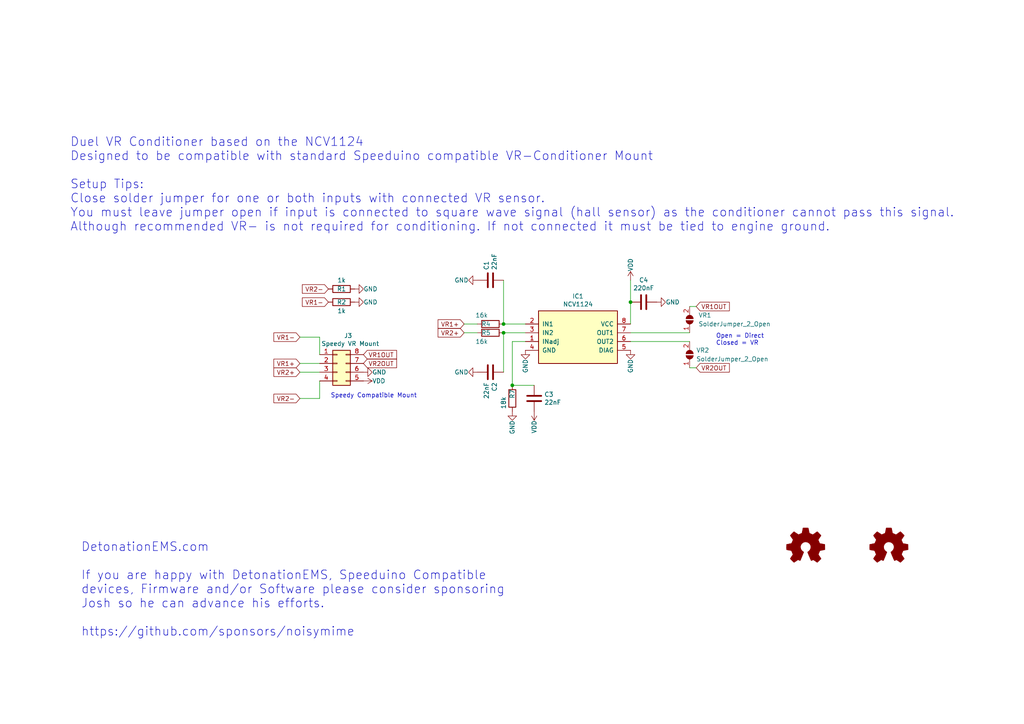
<source format=kicad_sch>
(kicad_sch (version 20211123) (generator eeschema)
  (paper "A4")
  (title_block (title "Duel VRConditioner ") (date "2022-11-17") (rev "B") (company "DetonationEMS") (comment 1 "detonationems.com") (comment 2 "github.com/DetonationEMS"))
  (lib_symbols
    (symbol "Connector_Generic:Conn_02x04_Counter_Clockwise" (pin_names (offset 1.016) hide)
      (property "Reference" "J" (at 1.27 5.08 0))
      (property "Value" "Conn_02x04_Counter_Clockwise" (at 1.27 -7.62 0))
      (symbol "Conn_02x04_Counter_Clockwise_1_1"
        (rectangle (start -1.27 -4.953) (end 0 -5.207) (stroke (width 0.1524)))
        (rectangle (start -1.27 -2.413) (end 0 -2.667) (stroke (width 0.1524)))
        (rectangle (start -1.27 0.127) (end 0 -0.127) (stroke (width 0.1524)))
        (rectangle (start -1.27 2.667) (end 0 2.413) (stroke (width 0.1524)))
        (rectangle (start -1.27 3.81) (end 3.81 -6.35) (stroke (width 0.254)) (fill (type background)))
        (rectangle (start 3.81 -4.953) (end 2.54 -5.207) (stroke (width 0.1524)))
        (rectangle (start 3.81 -2.413) (end 2.54 -2.667) (stroke (width 0.1524)))
        (rectangle (start 3.81 0.127) (end 2.54 -0.127) (stroke (width 0.1524)))
        (rectangle (start 3.81 2.667) (end 2.54 2.413) (stroke (width 0.1524)))
        (pin passive line (at -5.08 2.54 0) (length 3.81) (name "Pin_1") (number "1"))
        (pin passive line (at -5.08 0 0) (length 3.81) (name "Pin_2") (number "2"))
        (pin passive line (at -5.08 -2.54 0) (length 3.81) (name "Pin_3") (number "3"))
        (pin passive line (at -5.08 -5.08 0) (length 3.81) (name "Pin_4") (number "4"))
        (pin passive line (at 7.62 -5.08 180) (length 3.81) (name "Pin_5") (number "5"))
        (pin passive line (at 7.62 -2.54 180) (length 3.81) (name "Pin_6") (number "6"))
        (pin passive line (at 7.62 0 180) (length 3.81) (name "Pin_7") (number "7"))
        (pin passive line (at 7.62 2.54 180) (length 3.81) (name "Pin_8") (number "8"))
      )
    )
    (symbol "Device:C" (pin_numbers hide) (pin_names (offset 0.254))
      (property "Reference" "C" (at 0.635 2.54 0))
      (property "Value" "C" (at 0.635 -2.54 0))
      (symbol "C_0_1"
        (polyline (pts (xy -2.032 -0.762) (xy 2.032 -0.762)) (stroke (width 0.508)))
        (polyline (pts (xy -2.032 0.762) (xy 2.032 0.762)) (stroke (width 0.508)))
      )
      (symbol "C_1_1"
        (pin passive line (at 0 3.81 270) (length 2.794) (name "~") (number "1"))
        (pin passive line (at 0 -3.81 90) (length 2.794) (name "~") (number "2"))
      )
    )
    (symbol "Device:R" (pin_numbers hide) (pin_names (offset 0))
      (property "Reference" "R" (at 2.032 0 90))
      (property "Value" "R" (at 0 0 90))
      (symbol "R_0_1"
        (rectangle (start -1.016 -2.54) (end 1.016 2.54) (stroke (width 0.254)))
      )
      (symbol "R_1_1"
        (pin passive line (at 0 3.81 270) (length 1.27) (name "~") (number "1"))
        (pin passive line (at 0 -3.81 90) (length 1.27) (name "~") (number "2"))
      )
    )
    (symbol "Graphic:Logo_Open_Hardware_Small" (pin_names (offset 1.016))
      (symbol "Logo_Open_Hardware_Small_0_1"
        (polyline (pts (xy 3.3528 -4.3434) (xy 3.302 -4.318) (xy 3.175 -4.2418) (xy 2.9972 -4.1148) (xy 2.7686 -3.9624) (xy 2.54 -3.81) (xy 2.3622 -3.7084) (xy 2.2352 -3.6068) (xy 2.1844 -3.5814) (xy 2.159 -3.6068) (xy 2.0574 -3.6576) (xy 1.905 -3.7338) (xy 1.8034 -3.7846) (xy 1.6764 -3.8354) (xy 1.6002 -3.8354) (xy 1.6002 -3.8354) (xy 1.5494 -3.7338) (xy 1.4732 -3.5306) (xy 1.3462 -3.302) (xy 1.2446 -3.0226) (xy 1.1176 -2.7178) (xy 0.9652 -2.413) (xy 0.8636 -2.1082) (xy 0.7366 -1.8288) (xy 0.6604 -1.6256) (xy 0.6096 -1.4732) (xy 0.5842 -1.397) (xy 0.5842 -1.397) (xy 0.6604 -1.3208) (xy 0.7874 -1.2446) (xy 1.0414 -1.016) (xy 1.2954 -0.6858) (xy 1.4478 -0.3302) (xy 1.524 0.0762) (xy 1.4732 0.4572) (xy 1.3208 0.8128) (xy 1.0668 1.143) (xy 0.762 1.3716) (xy 0.4064 1.524) (xy 0 1.5748) (xy -0.381 1.5494) (xy -0.7366 1.397) (xy -1.0668 1.143) (xy -1.2192 0.9906) (xy -1.397 0.6604) (xy -1.524 0.3048) (xy -1.524 0.2286) (xy -1.4986 -0.1778) (xy -1.397 -0.5334) (xy -1.1938 -0.8636) (xy -0.9144 -1.143) (xy -0.8636 -1.1684) (xy -0.7366 -1.27) (xy -0.635 -1.3462) (xy -0.5842 -1.397) (xy -1.0668 -2.5908) (xy -1.143 -2.794) (xy -1.2954 -3.1242) (xy -1.397 -3.4036) (xy -1.4986 -3.6322) (xy -1.5748 -3.7846) (xy -1.6002 -3.8354) (xy -1.6002 -3.8354) (xy -1.651 -3.8354) (xy -1.7272 -3.81) (xy -1.905 -3.7338) (xy -2.0066 -3.683) (xy -2.1336 -3.6068) (xy -2.2098 -3.5814) (xy -2.2606 -3.6068) (xy -2.3622 -3.683) (xy -2.54 -3.81) (xy -2.7686 -3.9624) (xy -2.9718 -4.0894) (xy -3.1496 -4.2164) (xy -3.302 -4.318) (xy -3.3528 -4.3434) (xy -3.3782 -4.3434) (xy -3.429 -4.318) (xy -3.5306 -4.2164) (xy -3.7084 -4.064) (xy -3.937 -3.8354) (xy -3.9624 -3.81) (xy -4.1656 -3.6068) (xy -4.318 -3.4544) (xy -4.4196 -3.3274) (xy -4.445 -3.2766) (xy -4.445 -3.2766) (xy -4.4196 -3.2258) (xy -4.318 -3.0734) (xy -4.2164 -2.8956) (xy -4.064 -2.667) (xy -3.6576 -2.0828) (xy -3.8862 -1.5494) (xy -3.937 -1.3716) (xy -4.0386 -1.1684) (xy -4.0894 -1.0414) (xy -4.1148 -0.9652) (xy -4.191 -0.9398) (xy -4.318 -0.9144) (xy -4.5466 -0.8636) (xy -4.8006 -0.8128) (xy -5.0546 -0.7874) (xy -5.2578 -0.7366) (xy -5.4356 -0.7112) (xy -5.5118 -0.6858) (xy -5.5118 -0.6858) (xy -5.5372 -0.635) (xy -5.5372 -0.5588) (xy -5.5372 -0.4318) (xy -5.5626 -0.2286) (xy -5.5626 0.0762) (xy -5.5626 0.127) (xy -5.5372 0.4064) (xy -5.5372 0.635) (xy -5.5372 0.762) (xy -5.5372 0.8382) (xy -5.5372 0.8382) (xy -5.461 0.8382) (xy -5.3086 0.889) (xy -5.08 0.9144) (xy -4.826 0.9652) (xy -4.8006 0.9906) (xy -4.5466 1.0414) (xy -4.318 1.0668) (xy -4.1656 1.1176) (xy -4.0894 1.143) (xy -4.0894 1.143) (xy -4.0386 1.2446) (xy -3.9624 1.4224) (xy -3.8608 1.6256) (xy -3.7846 1.8288) (xy -3.7084 2.0066) (xy -3.6576 2.159) (xy -3.6322 2.2098) (xy -3.6322 2.2098) (xy -3.683 2.286) (xy -3.7592 2.413) (xy -3.8862 2.5908) (xy -4.064 2.8194) (xy -4.064 2.8448) (xy -4.2164 3.0734) (xy -4.3434 3.2512) (xy -4.4196 3.3782) (xy -4.445 3.4544) (xy -4.445 3.4544) (xy -4.3942 3.5052) (xy -4.2926 3.6322) (xy -4.1148 3.81) (xy -3.937 4.0132) (xy -3.8608 4.064) (xy -3.6576 4.2926) (xy -3.5052 4.4196) (xy -3.4036 4.4958) (xy -3.3528 4.5212) (xy -3.3528 4.5212) (xy -3.302 4.4704) (xy -3.1496 4.3688) (xy -2.9718 4.2418) (xy -2.7432 4.0894) (xy -2.7178 4.0894) (xy -2.4892 3.937) (xy -2.3114 3.81) (xy -2.1844 3.7084) (xy -2.1336 3.683) (xy -2.1082 3.683) (xy -2.032 3.7084) (xy -1.8542 3.7592) (xy -1.6764 3.8354) (xy -1.4732 3.937) (xy -1.27 4.0132) (xy -1.143 4.064) (xy -1.0668 4.1148) (xy -1.0668 4.1148) (xy -1.0414 4.191) (xy -1.016 4.3434) (xy -0.9652 4.572) (xy -0.9144 4.8514) (xy -0.889 4.9022) (xy -0.8382 5.1562) (xy -0.8128 5.3848) (xy -0.7874 5.5372) (xy -0.762 5.588) (xy -0.7112 5.6134) (xy -0.5842 5.6134) (xy -0.4064 5.6134) (xy -0.1524 5.6134) (xy 0.0762 5.6134) (xy 0.3302 5.6134) (xy 0.5334 5.6134) (xy 0.6858 5.588) (xy 0.7366 5.588) (xy 0.7366 5.588) (xy 0.762 5.5118) (xy 0.8128 5.334) (xy 0.8382 5.1054) (xy 0.9144 4.826) (xy 0.9144 4.7752) (xy 0.9652 4.5212) (xy 1.016 4.2926) (xy 1.0414 4.1402) (xy 1.0668 4.0894) (xy 1.0668 4.0894) (xy 1.1938 4.0386) (xy 1.3716 3.9624) (xy 1.5748 3.8608) (xy 2.0828 3.6576) (xy 2.7178 4.0894) (xy 2.7686 4.1402) (xy 2.9972 4.2926) (xy 3.175 4.4196) (xy 3.302 4.4958) (xy 3.3782 4.5212) (xy 3.3782 4.5212) (xy 3.429 4.4704) (xy 3.556 4.3434) (xy 3.7338 4.191) (xy 3.9116 3.9878) (xy 4.064 3.8354) (xy 4.2418 3.6576) (xy 4.3434 3.556) (xy 4.4196 3.4798) (xy 4.4196 3.429) (xy 4.4196 3.4036) (xy 4.3942 3.3274) (xy 4.2926 3.2004) (xy 4.1656 2.9972) (xy 4.0132 2.794) (xy 3.8862 2.5908) (xy 3.7592 2.3876) (xy 3.6576 2.2352) (xy 3.6322 2.159) (xy 3.6322 2.1336) (xy 3.683 2.0066) (xy 3.7592 1.8288) (xy 3.8608 1.6002) (xy 4.064 1.1176) (xy 4.3942 1.0414) (xy 4.5974 1.016) (xy 4.8768 0.9652) (xy 5.1308 0.9144) (xy 5.5372 0.8382) (xy 5.5626 -0.6604) (xy 5.4864 -0.6858) (xy 5.4356 -0.6858) (xy 5.2832 -0.7366) (xy 5.0546 -0.762) (xy 4.8006 -0.8128) (xy 4.5974 -0.8636) (xy 4.3688 -0.9144) (xy 4.2164 -0.9398) (xy 4.1402 -0.9398) (xy 4.1148 -0.9652) (xy 4.064 -1.0668) (xy 3.9878 -1.2446) (xy 3.9116 -1.4478) (xy 3.81 -1.651) (xy 3.7338 -1.8542) (xy 3.683 -2.0066) (xy 3.6576 -2.0828) (xy 3.683 -2.1336) (xy 3.7846 -2.2606) (xy 3.8862 -2.4638) (xy 4.0386 -2.667) (xy 4.191 -2.8956) (xy 4.318 -3.0734) (xy 4.3942 -3.2004) (xy 4.445 -3.2766) (xy 4.4196 -3.3274) (xy 4.3434 -3.429) (xy 4.1656 -3.5814) (xy 3.937 -3.8354) (xy 3.8862 -3.8608) (xy 3.683 -4.064) (xy 3.5306 -4.2164) (xy 3.4036 -4.318) (xy 3.3528 -4.3434)) (fill (type outline)))
      )
    )
    (symbol "Jumper:SolderJumper_2_Open" (pin_names (offset 0) hide)
      (property "Reference" "JP" (at 0 2.032 0))
      (property "Value" "SolderJumper_2_Open" (at 0 -2.54 0))
      (symbol "SolderJumper_2_Open_0_1"
        (arc (start -0.254 1.016) (mid -1.27 0) (end -0.254 -1.016))
        (arc (start -0.254 1.016) (mid -1.27 0) (end -0.254 -1.016) (fill (type outline)))
        (polyline (pts (xy -0.254 1.016) (xy -0.254 -1.016)))
        (polyline (pts (xy 0.254 1.016) (xy 0.254 -1.016)))
        (arc (start 0.254 -1.016) (mid 1.27 0) (end 0.254 1.016))
        (arc (start 0.254 -1.016) (mid 1.27 0) (end 0.254 1.016) (fill (type outline)))
      )
      (symbol "SolderJumper_2_Open_1_1"
        (pin passive line (at -3.81 0 0) (length 2.54) (name "A") (number "1"))
        (pin passive line (at 3.81 0 180) (length 2.54) (name "B") (number "2"))
      )
    )
    (symbol "ncv1124:NCV1124" (pin_names (offset 1.016))
      (property "Reference" "D" (at 1.27 1.27 0))
      (property "Value" "NCV1124" (at 19.05 1.27 0))
      (symbol "NCV1124_1_1"
        (rectangle (start 0 0) (end 22.86 -15.24) (stroke (width 0.254)) (fill (type background)))
        (pin input line (at -3.81 -8.89 0) (length 3.81) (name "INadj") (number "1"))
        (pin input line (at -3.81 -3.81 0) (length 3.81) (name "IN1") (number "2"))
        (pin input line (at -3.81 -6.35 0) (length 3.81) (name "IN2") (number "3"))
        (pin power_in line (at -3.81 -11.43 0) (length 3.81) (name "GND") (number "4"))
        (pin input line (at 26.67 -11.43 180) (length 3.81) (name "DIAG") (number "5"))
        (pin output line (at 26.67 -8.89 180) (length 3.81) (name "OUT2") (number "6"))
        (pin output line (at 26.67 -6.35 180) (length 3.81) (name "OUT1") (number "7"))
        (pin power_in line (at 26.67 -3.81 180) (length 3.81) (name "VCC") (number "8"))
      )
    )
    (symbol "power:GND" (power) (pin_names (offset 0))
      (property "Value" "GND" (at 0 -3.81 0))
      (symbol "GND_0_1"
        (polyline (pts (xy 0 0) (xy 0 -1.27) (xy 1.27 -1.27) (xy 0 -2.54) (xy -1.27 -1.27) (xy 0 -1.27)))
      )
      (symbol "GND_1_1"
        (pin power_in line (at 0 0 270) (length 0) hide (name "GND") (number "1"))
      )
    )
    (symbol "power:VDD" (power) (pin_names (offset 0))
      (property "Value" "VDD" (at 0 3.81 0))
      (symbol "VDD_0_1"
        (polyline (pts (xy -0.762 1.27) (xy 0 2.54)))
        (polyline (pts (xy 0 0) (xy 0 2.54)))
        (polyline (pts (xy 0 2.54) (xy 0.762 1.27)))
      )
      (symbol "VDD_1_1"
        (pin power_in line (at 0 0 90) (length 0) hide (name "VDD") (number "1"))
      )
    )
  )
  (junction (at 182.88 87.63))
  (junction (at 148.59 111.76))
  (junction (at 146.05 93.98))
  (junction (at 146.05 96.52))
  (wire (pts (xy 182.88 87.63) (xy 182.88 81.28)))
  (wire (pts (xy 86.995 105.41) (xy 92.71 105.41)))
  (wire (pts (xy 182.88 99.06) (xy 200.025 99.06)))
  (wire (pts (xy 148.59 99.06) (xy 152.4 99.06)))
  (wire (pts (xy 146.05 96.52) (xy 146.05 107.95)))
  (wire (pts (xy 86.995 97.79) (xy 92.71 97.79)))
  (wire (pts (xy 182.88 87.63) (xy 182.88 93.98)))
  (wire (pts (xy 201.93 106.68) (xy 200.025 106.68)))
  (wire (pts (xy 134.62 96.52) (xy 138.43 96.52)))
  (wire (pts (xy 86.995 107.95) (xy 92.71 107.95)))
  (wire (pts (xy 148.59 99.06) (xy 148.59 111.76)))
  (wire (pts (xy 86.995 115.57) (xy 92.71 115.57)))
  (wire (pts (xy 146.05 96.52) (xy 152.4 96.52)))
  (wire (pts (xy 146.05 93.98) (xy 152.4 93.98)))
  (wire (pts (xy 154.94 111.76) (xy 148.59 111.76)))
  (wire (pts (xy 92.71 102.87) (xy 92.71 97.79)))
  (wire (pts (xy 182.88 96.52) (xy 200.025 96.52)))
  (wire (pts (xy 200.025 88.9) (xy 201.93 88.9)))
  (wire (pts (xy 134.62 93.98) (xy 138.43 93.98)))
  (wire (pts (xy 146.05 81.28) (xy 146.05 93.98)))
  (wire (pts (xy 92.71 110.49) (xy 92.71 115.57)))
  (text "Duel VR Conditioner based on the NCV1124\nDesigned to be compatible with standard Speeduino compatible VR-Conditioner Mount\n\nSetup Tips:\nClose solder jumper for one or both inputs with connected VR sensor.\nYou must leave jumper open if input is connected to square wave signal (hall sensor) as the conditioner cannot pass this signal.\nAlthough recommended VR- is not required for conditioning. If not connected it must be tied to engine ground." (at 20.32 67.31 0) (effects (font (size 2.54 2.54)) (justify left bottom)))
  (text "Open = Direct\nClosed = VR " (at 207.645 100.33 0) (effects (font (size 1.27 1.27)) (justify left bottom)))
  (text "DetonationEMS.com\n\nIf you are happy with DetonationEMS, Speeduino Compatible\ndevices, Firmware and/or Software please consider sponsoring\nJosh so he can advance his efforts.\n\nhttps://github.com/sponsors/noisymime" (at 23.495 184.785 0) (effects (font (size 2.54 2.54)) (justify left bottom)))
  (text "Speedy Compatible Mount" (at 95.885 115.57 0) (effects (font (size 1.27 1.27)) (justify left bottom)))
  (global_label "VR1-" (shape input) (at 86.995 97.79 180) (property "Intersheet References" "${INTERSHEET_REFS}" (effects hide)))
  (global_label "VR1OUT" (shape input) (at 105.41 102.87 0) (property "Intersheet References" "${INTERSHEET_REFS}" (effects hide)))
  (global_label "VR2-" (shape input) (at 95.25 83.82 180) (property "Intersheet References" "${INTERSHEET_REFS}" (effects hide)))
  (global_label "VR2+" (shape input) (at 134.62 96.52 180) (property "Intersheet References" "${INTERSHEET_REFS}" (effects hide)))
  (global_label "VR1-" (shape input) (at 95.25 87.63 180) (property "Intersheet References" "${INTERSHEET_REFS}" (effects hide)))
  (global_label "VR1OUT" (shape input) (at 201.93 88.9 0) (property "Intersheet References" "${INTERSHEET_REFS}" (effects hide)))
  (global_label "VR1+" (shape input) (at 134.62 93.98 180) (property "Intersheet References" "${INTERSHEET_REFS}" (effects hide)))
  (global_label "VR1+" (shape input) (at 86.995 105.41 180) (property "Intersheet References" "${INTERSHEET_REFS}" (effects hide)))
  (global_label "VR2+" (shape input) (at 86.995 107.95 180) (property "Intersheet References" "${INTERSHEET_REFS}" (effects hide)))
  (global_label "VR2-" (shape input) (at 86.995 115.57 180) (property "Intersheet References" "${INTERSHEET_REFS}" (effects hide)))
  (global_label "VR2OUT" (shape input) (at 201.93 106.68 0) (property "Intersheet References" "${INTERSHEET_REFS}" (effects hide)))
  (global_label "VR2OUT" (shape input) (at 105.41 105.41 0) (property "Intersheet References" "${INTERSHEET_REFS}" (effects hide)))
  (symbol (lib_id "Connector_Generic:Conn_02x04_Counter_Clockwise") (at 97.79 105.41 0) (unit 1) (in_bom no)
    (property "Reference" "J3" (at 100.965 97.3582 0))
    (property "Value" "Speedy VR Mount" (at 101.6 99.6696 0))
    (property "Footprint" "Misc:DIP-8_W7.62mm_Socket_VRConditioner" (effects hide))
  )
  (symbol (lib_id "power:GND") (at 105.41 107.95 90) (unit 1)
    (property "Reference" "#PWR03" (effects hide))
    (property "Value" "GND" (at 107.95 107.95 90) (effects (justify right)))
  )
  (symbol (lib_id "power:VDD") (at 105.41 110.49 270) (unit 1)
    (property "Reference" "#PWR04" (effects hide))
    (property "Value" "VDD" (at 107.95 110.49 90) (effects (justify left)))
  )
  (symbol (lib_id "ncv1124:NCV1124") (at 156.21 90.17 0) (unit 1)
    (property "Reference" "IC1" (at 167.64 85.9282 0))
    (property "Value" "NCV1124" (at 167.64 88.2396 0))
    (property "Footprint" "Package_SO:SO-8_3.9x4.9mm_P1.27mm" (effects hide))
  )
  (symbol (lib_id "Device:R") (at 142.24 93.98 270) (unit 1)
    (property "Reference" "R4" (at 140.97 93.98 90))
    (property "Value" "16k" (at 139.7 91.44 90))
    (property "Footprint" "Resistor_SMD:R_1210_3225Metric" (effects hide))
    (property "LCSC" "C230406" (effects hide))
  )
  (symbol (lib_id "Device:R") (at 142.24 96.52 270) (unit 1)
    (property "Reference" "R5" (at 140.97 96.52 90))
    (property "Value" "16k" (at 139.7 99.06 90))
    (property "Footprint" "Resistor_SMD:R_1210_3225Metric" (effects hide))
    (property "LCSC" "C230406" (effects hide))
  )
  (symbol (lib_id "Device:C") (at 142.24 81.28 90) (unit 1)
    (property "Reference" "C1" (at 141.0716 78.359 0) (effects (justify left)))
    (property "Value" "22nF" (at 143.383 78.359 0) (effects (justify left)))
    (property "Footprint" "Capacitor_SMD:C_0603_1608Metric" (effects hide))
    (property "LCSC" "C21122" (effects hide))
  )
  (symbol (lib_id "power:GND") (at 138.43 81.28 270) (unit 1)
    (property "Reference" "#PWR05" (effects hide))
    (property "Value" "GND" (at 135.89 81.28 90) (effects (justify right)))
  )
  (symbol (lib_id "power:GND") (at 138.43 107.95 270) (unit 1)
    (property "Reference" "#PWR06" (effects hide))
    (property "Value" "GND" (at 135.89 107.95 90) (effects (justify right)))
  )
  (symbol (lib_id "Device:C") (at 142.24 107.95 270) (unit 1)
    (property "Reference" "C2" (at 143.4084 110.871 0) (effects (justify left)))
    (property "Value" "22nF" (at 141.097 110.871 0) (effects (justify left)))
    (property "Footprint" "Capacitor_SMD:C_0603_1608Metric" (effects hide))
    (property "LCSC" "C21122" (effects hide))
  )
  (symbol (lib_id "power:GND") (at 152.4 101.6 0) (unit 1)
    (property "Reference" "#PWR08" (effects hide))
    (property "Value" "GND" (at 152.4 104.14 90) (effects (justify right)))
  )
  (symbol (lib_id "Device:R") (at 148.59 115.57 180) (unit 1)
    (property "Reference" "R7" (at 148.59 114.3 90))
    (property "Value" "18k" (at 146.05 116.84 90))
    (property "Footprint" "Resistor_SMD:R_0402_1005Metric" (effects hide))
    (property "LCSC" "C25762" (effects hide))
  )
  (symbol (lib_id "power:GND") (at 148.59 119.38 0) (unit 1)
    (property "Reference" "#PWR07" (effects hide))
    (property "Value" "GND" (at 148.59 121.92 90) (effects (justify right)))
  )
  (symbol (lib_id "Device:C") (at 154.94 115.57 0) (unit 1)
    (property "Reference" "C3" (at 157.861 114.4016 0) (effects (justify left)))
    (property "Value" "22nF" (at 157.861 116.713 0) (effects (justify left)))
    (property "Footprint" "Capacitor_SMD:C_0402_1005Metric" (effects hide))
    (property "LCSC" "C1532" (effects hide))
  )
  (symbol (lib_id "power:VDD") (at 154.94 119.38 180) (unit 1)
    (property "Reference" "#PWR09" (effects hide))
    (property "Value" "VDD" (at 154.94 121.92 90) (effects (justify left)))
  )
  (symbol (lib_id "power:VDD") (at 182.88 81.28 0) (unit 1)
    (property "Reference" "#PWR010" (effects hide))
    (property "Value" "VDD" (at 182.88 78.74 90) (effects (justify left)))
  )
  (symbol (lib_id "Device:C") (at 186.69 87.63 90) (unit 1)
    (property "Reference" "C4" (at 186.69 81.2292 90))
    (property "Value" "220nF" (at 186.69 83.5406 90))
    (property "Footprint" "Capacitor_SMD:C_0805_2012Metric" (effects hide))
    (property "LCSC" "C5378" (effects hide))
  )
  (symbol (lib_id "power:GND") (at 190.5 87.63 90) (unit 1)
    (property "Reference" "#PWR012" (effects hide))
    (property "Value" "GND" (at 193.04 87.63 90) (effects (justify right)))
  )
  (symbol (lib_id "Device:R") (at 99.06 87.63 90) (unit 1)
    (property "Reference" "R2" (at 99.06 87.63 90))
    (property "Value" "1k" (at 99.06 90.17 90))
    (property "Footprint" "Resistor_SMD:R_1206_3216Metric" (effects hide))
    (property "LCSC" "C4410" (effects hide))
  )
  (symbol (lib_id "power:GND") (at 182.88 101.6 0) (unit 1)
    (property "Reference" "#PWR011" (effects hide))
    (property "Value" "GND" (at 182.88 104.14 90) (effects (justify right)))
  )
  (symbol (lib_id "Device:R") (at 99.06 83.82 90) (unit 1)
    (property "Reference" "R1" (at 99.06 83.82 90))
    (property "Value" "1k" (at 99.06 81.28 90))
    (property "Footprint" "Resistor_SMD:R_1206_3216Metric" (effects hide))
    (property "LCSC" "C4410" (effects hide))
  )
  (symbol (lib_id "power:GND") (at 102.87 83.82 90) (unit 1)
    (property "Reference" "#PWR01" (effects hide))
    (property "Value" "GND" (at 105.41 83.82 90) (effects (justify right)))
  )
  (symbol (lib_id "power:GND") (at 102.87 87.63 90) (unit 1)
    (property "Reference" "#PWR02" (effects hide))
    (property "Value" "GND" (at 105.41 87.63 90) (effects (justify right)))
  )
  (symbol (lib_id "Graphic:Logo_Open_Hardware_Small") (at 233.68 158.75 0) (unit 1) (in_bom no)
    (property "Reference" "G1" (effects hide))
    (property "Value" "Logo_Open_Hardware_Small" (effects hide))
    (property "Footprint" "Detonation:SpeeduinoCompatible-14mm" (effects hide))
  )
  (symbol (lib_id "Graphic:Logo_Open_Hardware_Small") (at 257.81 158.75 0) (unit 1) (in_bom no)
    (property "Reference" "G2" (effects hide))
    (property "Value" "Logo_Open_Hardware_Small" (effects hide))
    (property "Footprint" "Detonation:DetonationEMS-17mm" (effects hide))
  )
  (symbol (lib_id "Jumper:SolderJumper_2_Open") (at 200.025 102.87 90) (unit 1) (in_bom no)
    (property "Reference" "VR2" (at 201.93 101.5999 90) (effects (justify right)))
    (property "Value" "SolderJumper_2_Open" (at 201.93 104.1399 90) (effects (justify right)))
    (property "Footprint" "Jumper:SolderJumper-2_P1.3mm_Open_RoundedPad1.0x1.5mm" (effects hide))
  )
  (symbol (lib_id "Jumper:SolderJumper_2_Open") (at 200.025 92.71 90) (unit 1) (in_bom no)
    (property "Reference" "VR1" (at 202.565 91.4399 90) (effects (justify right)))
    (property "Value" "SolderJumper_2_Open" (at 202.565 93.9799 90) (effects (justify right)))
    (property "Footprint" "Jumper:SolderJumper-2_P1.3mm_Open_RoundedPad1.0x1.5mm" (effects hide))
  )
)
</source>
